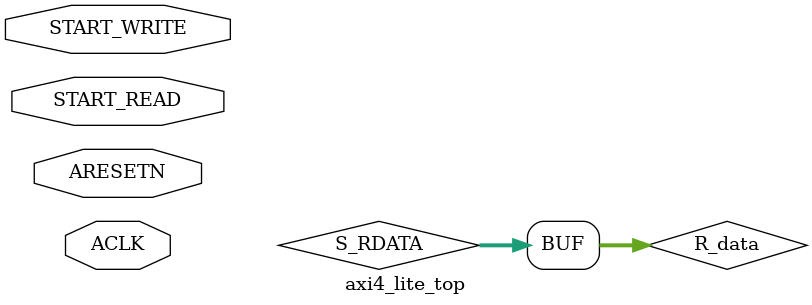
<source format=sv>
`timescale 1ns / 1ps

module axi4_lite_top #(
    parameter DATA_WIDTH  = 32,
    parameter ADDRESS_WIDTH = 32
)(
    input logic ACLK,
    input logic ARESETN,
    
    input logic START_READ, 
    input logic START_WRITE
);
    (* DONT_TOUCH = "TRUE" *) logic [31:0] S_RDATA;
    
    logic [31:0] address, W_data;
    logic [31:0] R_data;
    
    logic S_ARREADY, S_RVALID, S_AWREADY, S_WREADY, S_BVALID;
//    logic [31:0] S_RDATA;
    logic [1:0] S_RRESP, S_BRESP;
    logic [31:0] M_ARADDR, M_AWADDR, M_WDATA;
    logic [3:0]  M_WSTRB;
    logic M_ARVALID, M_RREADY, M_AWVALID, M_WVALID, M_BREADY;

//    logic clk_locked;
//    logic clk_gen;
    assign R_data=S_RDATA;

//    clk_wiz_0 clk_wiz(
//        .clk_in1(ACLK),
//        .clk_out1(clk_gen),
//        .reset(ARESETN),
//        .locked(clk_locked)  // Locked signal
//    );
    
    
    
    vio_0 u_vio (
        .clk(ACLK),   
        .probe_out0(address),  
        .probe_out1(W_data),  

        .probe_in0(S_RDATA),      
        .probe_in1(S_BRESP),  
        .probe_in2(S_RRESP)
    );   

    axi4_lite_master master (
        .ACLK(ACLK),
        .ARESETN(ARESETN),
        .START_READ(START_READ),
        .START_WRITE(START_WRITE),
        .address(address),
        .W_data(W_data),
        .M_ARREADY(S_ARREADY),
        .M_RDATA(S_RDATA),
        .M_RRESP(S_RRESP),
        .M_RVALID(S_RVALID),
        .M_AWREADY(S_AWREADY),
        .M_WREADY(S_WREADY),
        .M_BRESP(S_BRESP),
        .M_BVALID(S_BVALID),
        .M_ARADDR(M_ARADDR),
        .M_ARVALID(M_ARVALID),
        .M_RREADY(M_RREADY),
        .M_AWADDR(M_AWADDR),
        .M_AWVALID(M_AWVALID),
        .M_WDATA(M_WDATA),
        .M_WSTRB(M_WSTRB),
        .M_WVALID(M_WVALID),
        .M_BREADY(M_BREADY)
        );

    // AXI4-Lite Slave
    axi4_lite_slave slave (
        .ACLK(ACLK),
        .ARESETN(ARESETN),
        .S_ARADDR(M_ARADDR),
        .S_ARVALID(M_ARVALID),
        .S_RREADY(M_RREADY),
        .S_AWADDR(M_AWADDR),
        .S_AWVALID(M_AWVALID),
        .S_WDATA(M_WDATA),
        .S_WSTRB(M_WSTRB),
        .S_WVALID(M_WVALID),
        .S_BREADY(M_BREADY),
        .S_ARREADY(S_ARREADY),
        .S_RDATA(S_RDATA),
        .S_RRESP(S_RRESP),
        .S_RVALID(S_RVALID),
        .S_AWREADY(S_AWREADY),
        .S_WREADY(S_WREADY),
        .S_BRESP(S_BRESP),
        .S_BVALID(S_BVALID)
    );
    
    ila_0 u_ila (
        .clk(ACLK),              
        .probe0(ARESETN),        
        .probe1(START_WRITE),        
        .probe2(START_READ),         
        .probe3(M_AWADDR),       
        .probe4(M_AWVALID),      
        .probe5(S_AWREADY),      
        .probe6(M_WDATA),        
        .probe7(M_WSTRB),        
        .probe8(M_WVALID),       
        .probe9(S_WREADY),       
        .probe10(S_BRESP),       
        .probe11(S_BVALID),      
        .probe12(M_BREADY),      
        .probe13(M_ARADDR),      
        .probe14(M_ARVALID),     
        .probe15(S_ARREADY),     
        .probe16(R_data),       
        .probe17(S_RRESP),       
        .probe18(S_RVALID),      
        .probe19(M_RREADY)     
    );
    
endmodule
</source>
